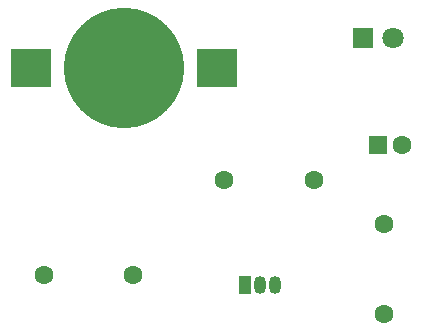
<source format=gbr>
%TF.GenerationSoftware,KiCad,Pcbnew,9.0.2*%
%TF.CreationDate,2025-06-20T17:21:09+05:30*%
%TF.ProjectId,FlashDot,466c6173-6844-46f7-942e-6b696361645f,rev?*%
%TF.SameCoordinates,Original*%
%TF.FileFunction,Copper,L1,Top*%
%TF.FilePolarity,Positive*%
%FSLAX46Y46*%
G04 Gerber Fmt 4.6, Leading zero omitted, Abs format (unit mm)*
G04 Created by KiCad (PCBNEW 9.0.2) date 2025-06-20 17:21:09*
%MOMM*%
%LPD*%
G01*
G04 APERTURE LIST*
G04 Aperture macros list*
%AMRoundRect*
0 Rectangle with rounded corners*
0 $1 Rounding radius*
0 $2 $3 $4 $5 $6 $7 $8 $9 X,Y pos of 4 corners*
0 Add a 4 corners polygon primitive as box body*
4,1,4,$2,$3,$4,$5,$6,$7,$8,$9,$2,$3,0*
0 Add four circle primitives for the rounded corners*
1,1,$1+$1,$2,$3*
1,1,$1+$1,$4,$5*
1,1,$1+$1,$6,$7*
1,1,$1+$1,$8,$9*
0 Add four rect primitives between the rounded corners*
20,1,$1+$1,$2,$3,$4,$5,0*
20,1,$1+$1,$4,$5,$6,$7,0*
20,1,$1+$1,$6,$7,$8,$9,0*
20,1,$1+$1,$8,$9,$2,$3,0*%
G04 Aperture macros list end*
%TA.AperFunction,SMDPad,CuDef*%
%ADD10R,3.500000X3.300000*%
%TD*%
%TA.AperFunction,SMDPad,CuDef*%
%ADD11C,10.200000*%
%TD*%
%TA.AperFunction,ComponentPad*%
%ADD12R,1.050000X1.500000*%
%TD*%
%TA.AperFunction,ComponentPad*%
%ADD13O,1.050000X1.500000*%
%TD*%
%TA.AperFunction,ComponentPad*%
%ADD14RoundRect,0.250000X-0.550000X-0.550000X0.550000X-0.550000X0.550000X0.550000X-0.550000X0.550000X0*%
%TD*%
%TA.AperFunction,ComponentPad*%
%ADD15C,1.600000*%
%TD*%
%TA.AperFunction,ComponentPad*%
%ADD16R,1.800000X1.800000*%
%TD*%
%TA.AperFunction,ComponentPad*%
%ADD17C,1.800000*%
%TD*%
G04 APERTURE END LIST*
D10*
%TO.P,BT1,1,+*%
%TO.N,Net-(BT1-+)*%
X123900000Y-70000000D03*
X108100000Y-70000000D03*
D11*
%TO.P,BT1,2,-*%
%TO.N,Net-(BT1--)*%
X116000000Y-70000000D03*
%TD*%
D12*
%TO.P,Q2,1,E*%
%TO.N,Net-(BT1--)*%
X126230000Y-88360000D03*
D13*
%TO.P,Q2,2,B*%
%TO.N,Net-(Q2-B)*%
X127500000Y-88360000D03*
%TO.P,Q2,3,C*%
%TO.N,Net-(D1-K)*%
X128770000Y-88360000D03*
%TD*%
D14*
%TO.P,C1,1*%
%TO.N,Net-(Q2-B)*%
X137544888Y-76500000D03*
D15*
%TO.P,C1,2*%
%TO.N,Net-(BT1--)*%
X139544888Y-76500000D03*
%TD*%
%TO.P,R2,1*%
%TO.N,Net-(D1-A)*%
X138000000Y-83190000D03*
%TO.P,R2,2*%
%TO.N,Net-(BT1--)*%
X138000000Y-90810000D03*
%TD*%
%TO.P,R3,1*%
%TO.N,Net-(Q2-B)*%
X116800000Y-87500000D03*
%TO.P,R3,2*%
%TO.N,Net-(BT1-+)*%
X109200000Y-87500000D03*
%TD*%
%TO.P,R1,1*%
%TO.N,Net-(BT1--)*%
X124500000Y-79500000D03*
%TO.P,R1,2*%
%TO.N,Net-(Q2-B)*%
X132120000Y-79500000D03*
%TD*%
D16*
%TO.P,D1,1,K*%
%TO.N,Net-(D1-K)*%
X136225000Y-67500000D03*
D17*
%TO.P,D1,2,A*%
%TO.N,Net-(D1-A)*%
X138765000Y-67500000D03*
%TD*%
M02*

</source>
